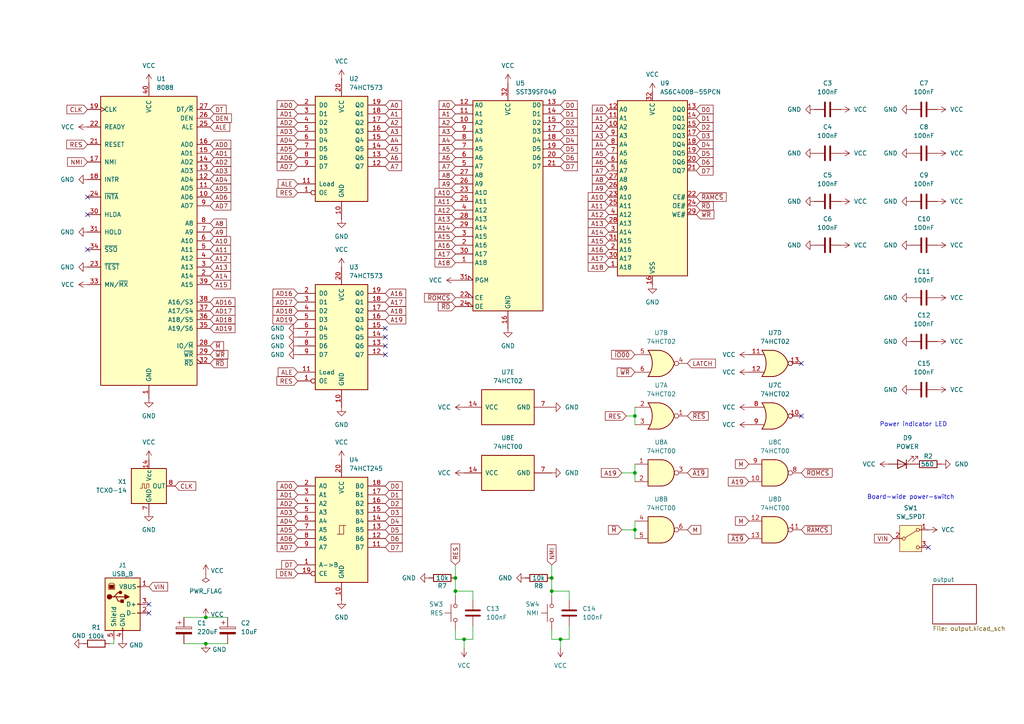
<source format=kicad_sch>
(kicad_sch (version 20250114) (generator "eeschema") (generator_version "9.0")
  (paper "A4")
  (title_block (title "Morse Board 8088 TEST BOARD") (date "2025-05-21") (rev "1"))
  (lib_symbols
    (symbol "74xx:74HC00" (pin_names (offset 1.016))
      (property "Reference" "U" (at 0 1.27 0))
      (property "Value" "74HC00" (at 0 -1.27 0))
      (symbol "74HC00_1_1"
        (pin input line (at -7.62 2.54 0) (length 3.81) (name "~") (number "1"))
        (pin input line (at -7.62 -2.54 0) (length 3.81) (name "~") (number "2"))
        (pin output inverted (at 7.62 0 180) (length 3.81) (name "~") (number "3"))
      )
      (symbol "74HC00_1_2"
        (pin input inverted (at -7.62 2.54 0) (length 4.318) (name "~") (number "1"))
        (pin input inverted (at -7.62 -2.54 0) (length 4.318) (name "~") (number "2"))
        (pin output line (at 7.62 0 180) (length 3.81) (name "~") (number "3"))
      )
      (symbol "74HC00_2_1"
        (pin input line (at -7.62 2.54 0) (length 3.81) (name "~") (number "4"))
        (pin input line (at -7.62 -2.54 0) (length 3.81) (name "~") (number "5"))
        (pin output inverted (at 7.62 0 180) (length 3.81) (name "~") (number "6"))
      )
      (symbol "74HC00_2_2"
        (pin input inverted (at -7.62 2.54 0) (length 4.318) (name "~") (number "4"))
        (pin input inverted (at -7.62 -2.54 0) (length 4.318) (name "~") (number "5"))
        (pin output line (at 7.62 0 180) (length 3.81) (name "~") (number "6"))
      )
      (symbol "74HC00_3_1"
        (pin input line (at -7.62 2.54 0) (length 3.81) (name "~") (number "9"))
        (pin input line (at -7.62 -2.54 0) (length 3.81) (name "~") (number "10"))
        (pin output inverted (at 7.62 0 180) (length 3.81) (name "~") (number "8"))
      )
      (symbol "74HC00_3_2"
        (pin input inverted (at -7.62 2.54 0) (length 4.318) (name "~") (number "9"))
        (pin input inverted (at -7.62 -2.54 0) (length 4.318) (name "~") (number "10"))
        (pin output line (at 7.62 0 180) (length 3.81) (name "~") (number "8"))
      )
      (symbol "74HC00_4_1"
        (pin input line (at -7.62 2.54 0) (length 3.81) (name "~") (number "12"))
        (pin input line (at -7.62 -2.54 0) (length 3.81) (name "~") (number "13"))
        (pin output inverted (at 7.62 0 180) (length 3.81) (name "~") (number "11"))
      )
      (symbol "74HC00_4_2"
        (pin input inverted (at -7.62 2.54 0) (length 4.318) (name "~") (number "12"))
        (pin input inverted (at -7.62 -2.54 0) (length 4.318) (name "~") (number "13"))
        (pin output line (at 7.62 0 180) (length 3.81) (name "~") (number "11"))
      )
      (symbol "74HC00_5_0"
        (pin power_in line (at 0 12.7 270) (length 5.08) (name "VCC") (number "14"))
        (pin power_in line (at 0 -12.7 90) (length 5.08) (name "GND") (number "7"))
      )
    )
    (symbol "74xx:74HC02" (pin_names (offset 1.016))
      (property "Reference" "U" (at 0 1.27 0))
      (property "Value" "74HC02" (at 0 -1.27 0))
      (symbol "74HC02_1_1"
        (pin input line (at -7.62 2.54 0) (length 4.318) (name "~") (number "2"))
        (pin input line (at -7.62 -2.54 0) (length 4.318) (name "~") (number "3"))
        (pin output inverted (at 7.62 0 180) (length 3.81) (name "~") (number "1"))
      )
      (symbol "74HC02_1_2"
        (pin input inverted (at -7.62 2.54 0) (length 3.81) (name "~") (number "2"))
        (pin input inverted (at -7.62 -2.54 0) (length 3.81) (name "~") (number "3"))
        (pin output line (at 7.62 0 180) (length 3.81) (name "~") (number "1"))
      )
      (symbol "74HC02_2_1"
        (pin input line (at -7.62 2.54 0) (length 4.318) (name "~") (number "5"))
        (pin input line (at -7.62 -2.54 0) (length 4.318) (name "~") (number "6"))
        (pin output inverted (at 7.62 0 180) (length 3.81) (name "~") (number "4"))
      )
      (symbol "74HC02_2_2"
        (pin input inverted (at -7.62 2.54 0) (length 3.81) (name "~") (number "5"))
        (pin input inverted (at -7.62 -2.54 0) (length 3.81) (name "~") (number "6"))
        (pin output line (at 7.62 0 180) (length 3.81) (name "~") (number "4"))
      )
      (symbol "74HC02_3_1"
        (pin input line (at -7.62 2.54 0) (length 4.318) (name "~") (number "8"))
        (pin input line (at -7.62 -2.54 0) (length 4.318) (name "~") (number "9"))
        (pin output inverted (at 7.62 0 180) (length 3.81) (name "~") (number "10"))
      )
      (symbol "74HC02_3_2"
        (pin input inverted (at -7.62 2.54 0) (length 3.81) (name "~") (number "8"))
        (pin input inverted (at -7.62 -2.54 0) (length 3.81) (name "~") (number "9"))
        (pin output line (at 7.62 0 180) (length 3.81) (name "~") (number "10"))
      )
      (symbol "74HC02_4_1"
        (pin input line (at -7.62 2.54 0) (length 4.318) (name "~") (number "11"))
        (pin input line (at -7.62 -2.54 0) (length 4.318) (name "~") (number "12"))
        (pin output inverted (at 7.62 0 180) (length 3.81) (name "~") (number "13"))
      )
      (symbol "74HC02_4_2"
        (pin input inverted (at -7.62 2.54 0) (length 3.81) (name "~") (number "11"))
        (pin input inverted (at -7.62 -2.54 0) (length 3.81) (name "~") (number "12"))
        (pin output line (at 7.62 0 180) (length 3.81) (name "~") (number "13"))
      )
      (symbol "74HC02_5_0"
        (pin power_in line (at 0 12.7 270) (length 5.08) (name "VCC") (number "14"))
        (pin power_in line (at 0 -12.7 90) (length 5.08) (name "GND") (number "7"))
      )
    )
    (symbol "74xx:74HC245" (pin_names (offset 1.016))
      (property "Reference" "U" (at -7.62 16.51 0))
      (property "Value" "74HC245" (at -7.62 -16.51 0))
      (symbol "74HC245_1_0"
        (pin tri_state line (at -12.7 12.7 0) (length 5.08) (name "A0") (number "2"))
        (pin tri_state line (at -12.7 10.16 0) (length 5.08) (name "A1") (number "3"))
        (pin tri_state line (at -12.7 7.62 0) (length 5.08) (name "A2") (number "4"))
        (pin tri_state line (at -12.7 5.08 0) (length 5.08) (name "A3") (number "5"))
        (pin tri_state line (at -12.7 2.54 0) (length 5.08) (name "A4") (number "6"))
        (pin tri_state line (at -12.7 0 0) (length 5.08) (name "A5") (number "7"))
        (pin tri_state line (at -12.7 -2.54 0) (length 5.08) (name "A6") (number "8"))
        (pin tri_state line (at -12.7 -5.08 0) (length 5.08) (name "A7") (number "9"))
        (pin input line (at -12.7 -10.16 0) (length 5.08) (name "A->B") (number "1"))
        (pin input inverted (at -12.7 -12.7 0) (length 5.08) (name "CE") (number "19"))
        (pin power_in line (at 0 20.32 270) (length 5.08) (name "VCC") (number "20"))
        (pin power_in line (at 0 -20.32 90) (length 5.08) (name "GND") (number "10"))
        (pin tri_state line (at 12.7 12.7 180) (length 5.08) (name "B0") (number "18"))
        (pin tri_state line (at 12.7 10.16 180) (length 5.08) (name "B1") (number "17"))
        (pin tri_state line (at 12.7 7.62 180) (length 5.08) (name "B2") (number "16"))
        (pin tri_state line (at 12.7 5.08 180) (length 5.08) (name "B3") (number "15"))
        (pin tri_state line (at 12.7 2.54 180) (length 5.08) (name "B4") (number "14"))
        (pin tri_state line (at 12.7 0 180) (length 5.08) (name "B5") (number "13"))
        (pin tri_state line (at 12.7 -2.54 180) (length 5.08) (name "B6") (number "12"))
        (pin tri_state line (at 12.7 -5.08 180) (length 5.08) (name "B7") (number "11"))
      )
    )
    (symbol "74xx:74LS573" (pin_names (offset 1.016))
      (property "Reference" "U" (at -7.62 16.51 0))
      (property "Value" "74LS573" (at -7.62 -16.51 0))
      (symbol "74LS573_1_0"
        (pin input line (at -12.7 12.7 0) (length 5.08) (name "D0") (number "2"))
        (pin input line (at -12.7 10.16 0) (length 5.08) (name "D1") (number "3"))
        (pin input line (at -12.7 7.62 0) (length 5.08) (name "D2") (number "4"))
        (pin input line (at -12.7 5.08 0) (length 5.08) (name "D3") (number "5"))
        (pin input line (at -12.7 2.54 0) (length 5.08) (name "D4") (number "6"))
        (pin input line (at -12.7 0 0) (length 5.08) (name "D5") (number "7"))
        (pin input line (at -12.7 -2.54 0) (length 5.08) (name "D6") (number "8"))
        (pin input line (at -12.7 -5.08 0) (length 5.08) (name "D7") (number "9"))
        (pin input line (at -12.7 -10.16 0) (length 5.08) (name "Load") (number "11"))
        (pin input inverted (at -12.7 -12.7 0) (length 5.08) (name "OE") (number "1"))
        (pin power_in line (at 0 20.32 270) (length 5.08) (name "VCC") (number "20"))
        (pin power_in line (at 0 -20.32 90) (length 5.08) (name "GND") (number "10"))
        (pin tri_state line (at 12.7 12.7 180) (length 5.08) (name "Q0") (number "19"))
        (pin tri_state line (at 12.7 10.16 180) (length 5.08) (name "Q1") (number "18"))
        (pin tri_state line (at 12.7 7.62 180) (length 5.08) (name "Q2") (number "17"))
        (pin tri_state line (at 12.7 5.08 180) (length 5.08) (name "Q3") (number "16"))
        (pin tri_state line (at 12.7 2.54 180) (length 5.08) (name "Q4") (number "15"))
        (pin tri_state line (at 12.7 0 180) (length 5.08) (name "Q5") (number "14"))
        (pin tri_state line (at 12.7 -2.54 180) (length 5.08) (name "Q6") (number "13"))
        (pin tri_state line (at 12.7 -5.08 180) (length 5.08) (name "Q7") (number "12"))
      )
    )
    (symbol "Connector:USB_B" (pin_names (offset 1.016))
      (property "Reference" "J" (at -5.08 11.43 0))
      (property "Value" "USB_B" (at -5.08 8.89 0))
      (symbol "USB_B_1_1"
        (pin passive line (at -2.54 -10.16 90) (length 2.54) (name "Shield") (number "5"))
        (pin power_out line (at 0 -10.16 90) (length 2.54) (name "GND") (number "4"))
        (pin power_out line (at 7.62 5.08 180) (length 2.54) (name "VBUS") (number "1"))
        (pin bidirectional line (at 7.62 0 180) (length 2.54) (name "D+") (number "3"))
        (pin bidirectional line (at 7.62 -2.54 180) (length 2.54) (name "D-") (number "2"))
      )
    )
    (symbol "Device:C" (pin_numbers (hide yes)) (pin_names (offset 0.254))
      (property "Reference" "C" (at 0.635 2.54 0))
      (property "Value" "C" (at 0.635 -2.54 0))
      (symbol "C_1_1"
        (pin passive line (at 0 3.81 270) (length 2.794) (name "~") (number "1"))
        (pin passive line (at 0 -3.81 90) (length 2.794) (name "~") (number "2"))
      )
    )
    (symbol "Device:C_Polarized" (pin_numbers (hide yes)) (pin_names (offset 0.254))
      (property "Reference" "C" (at 0.635 2.54 0))
      (property "Value" "C_Polarized" (at 0.635 -2.54 0))
      (symbol "C_Polarized_1_1"
        (pin passive line (at 0 3.81 270) (length 2.794) (name "~") (number "1"))
        (pin passive line (at 0 -3.81 90) (length 2.794) (name "~") (number "2"))
      )
    )
    (symbol "Device:LED" (pin_numbers (hide yes)) (pin_names (offset 1.016) (hide yes))
      (property "Reference" "D" (at 0 2.54 0))
      (property "Value" "LED" (at 0 -2.54 0))
      (symbol "LED_1_1"
        (pin passive line (at -3.81 0 0) (length 2.54) (name "K") (number "1"))
        (pin passive line (at 3.81 0 180) (length 2.54) (name "A") (number "2"))
      )
    )
    (symbol "Device:R" (pin_numbers (hide yes)) (pin_names (offset 0))
      (property "Reference" "R" (at 2.032 0 90))
      (property "Value" "R" (at 0 0 90))
      (symbol "R_1_1"
        (pin passive line (at 0 3.81 270) (length 1.27) (name "~") (number "1"))
        (pin passive line (at 0 -3.81 90) (length 1.27) (name "~") (number "2"))
      )
    )
    (symbol "MCU_Intel:8088" (pin_names (offset 1.016))
      (property "Reference" "U" (at -12.7 43.18 0))
      (property "Value" "8088" (at 10.16 43.18 0))
      (symbol "8088_1_1"
        (pin input clock (at -17.78 38.1 0) (length 3.81) (name "CLK") (number "19"))
        (pin input line (at -17.78 33.02 0) (length 3.81) (name "READY") (number "22"))
        (pin input line (at -17.78 27.94 0) (length 3.81) (name "RESET") (number "21"))
        (pin input line (at -17.78 22.86 0) (length 3.81) (name "NMI") (number "17"))
        (pin input line (at -17.78 17.78 0) (length 3.81) (name "INTR") (number "18"))
        (pin output line (at -17.78 12.7 0) (length 3.81) (name "~{INTA}") (number "24"))
        (pin output line (at -17.78 7.62 0) (length 3.81) (name "HLDA") (number "30"))
        (pin input line (at -17.78 2.54 0) (length 3.81) (name "HOLD") (number "31"))
        (pin output line (at -17.78 -2.54 0) (length 3.81) (name "~{SSO}") (number "34"))
        (pin input line (at -17.78 -7.62 0) (length 3.81) (name "~{TEST}") (number "23"))
        (pin input line (at -17.78 -12.7 0) (length 3.81) (name "MN/~{MX}") (number "33"))
        (pin power_in line (at 0 45.72 270) (length 3.81) (name "VCC") (number "40"))
        (pin power_in line (at 0 -45.72 90) (length 3.81) (name "GND") (number "1"))
        (pin passive line (at 0 -45.72 90) (length 3.81) (hide yes) (name "GND") (number "20"))
        (pin output line (at 17.78 38.1 180) (length 3.81) (name "DT/~{R}") (number "27"))
        (pin output line (at 17.78 35.56 180) (length 3.81) (name "DEN") (number "26"))
        (pin output line (at 17.78 33.02 180) (length 3.81) (name "ALE") (number "25"))
        (pin bidirectional line (at 17.78 27.94 180) (length 3.81) (name "AD0") (number "16"))
        (pin bidirectional line (at 17.78 25.4 180) (length 3.81) (name "AD1") (number "15"))
        (pin bidirectional line (at 17.78 22.86 180) (length 3.81) (name "AD2") (number "14"))
        (pin bidirectional line (at 17.78 20.32 180) (length 3.81) (name "AD3") (number "13"))
        (pin bidirectional line (at 17.78 17.78 180) (length 3.81) (name "AD4") (number "12"))
        (pin bidirectional line (at 17.78 15.24 180) (length 3.81) (name "AD5") (number "11"))
        (pin bidirectional line (at 17.78 12.7 180) (length 3.81) (name "AD6") (number "10"))
        (pin bidirectional line (at 17.78 10.16 180) (length 3.81) (name "AD7") (number "9"))
        (pin output line (at 17.78 5.08 180) (length 3.81) (name "A8") (number "8"))
        (pin output line (at 17.78 2.54 180) (length 3.81) (name "A9") (number "7"))
        (pin output line (at 17.78 0 180) (length 3.81) (name "A10") (number "6"))
        (pin output line (at 17.78 -2.54 180) (length 3.81) (name "A11") (number "5"))
        (pin output line (at 17.78 -5.08 180) (length 3.81) (name "A12") (number "4"))
        (pin output line (at 17.78 -7.62 180) (length 3.81) (name "A13") (number "3"))
        (pin output line (at 17.78 -10.16 180) (length 3.81) (name "A14") (number "2"))
        (pin output line (at 17.78 -12.7 180) (length 3.81) (name "A15") (number "39"))
        (pin output line (at 17.78 -17.78 180) (length 3.81) (name "A16/S3") (number "38"))
        (pin output line (at 17.78 -20.32 180) (length 3.81) (name "A17/S4") (number "37"))
        (pin output line (at 17.78 -22.86 180) (length 3.81) (name "A18/S5") (number "36"))
        (pin output line (at 17.78 -25.4 180) (length 3.81) (name "A19/S6") (number "35"))
        (pin output line (at 17.78 -30.48 180) (length 3.81) (name "IO/~{M}") (number "28"))
        (pin output line (at 17.78 -33.02 180) (length 3.81) (name "~{WR}") (number "29"))
        (pin output output_low (at 17.78 -35.56 180) (length 3.81) (name "~{RD}") (number "32"))
      )
    )
    (symbol "Memory_Flash:SST39SF040"
      (property "Reference" "U" (at 2.54 33.02 0))
      (property "Value" "SST39SF040" (at 0 -30.48 0))
      (symbol "SST39SF040_0_0"
        (pin power_in line (at 0 36.83 270) (length 5.08) (name "VCC") (number "32"))
        (pin power_in line (at 0 -34.29 90) (length 5.08) (name "GND") (number "16"))
      )
      (symbol "SST39SF040_1_1"
        (pin input line (at -15.24 30.48 0) (length 5.08) (name "A0") (number "12"))
        (pin input line (at -15.24 27.94 0) (length 5.08) (name "A1") (number "11"))
        (pin input line (at -15.24 25.4 0) (length 5.08) (name "A2") (number "10"))
        (pin input line (at -15.24 22.86 0) (length 5.08) (name "A3") (number "9"))
        (pin input line (at -15.24 20.32 0) (length 5.08) (name "A4") (number "8"))
        (pin input line (at -15.24 17.78 0) (length 5.08) (name "A5") (number "7"))
        (pin input line (at -15.24 15.24 0) (length 5.08) (name "A6") (number "6"))
        (pin input line (at -15.24 12.7 0) (length 5.08) (name "A7") (number "5"))
        (pin input line (at -15.24 10.16 0) (length 5.08) (name "A8") (number "27"))
        (pin input line (at -15.24 7.62 0) (length 5.08) (name "A9") (number "26"))
        (pin input line (at -15.24 5.08 0) (length 5.08) (name "A10") (number "23"))
        (pin input line (at -15.24 2.54 0) (length 5.08) (name "A11") (number "25"))
        (pin input line (at -15.24 0 0) (length 5.08) (name "A12") (number "4"))
        (pin input line (at -15.24 -2.54 0) (length 5.08) (name "A13") (number "28"))
        (pin input line (at -15.24 -5.08 0) (length 5.08) (name "A14") (number "29"))
        (pin input line (at -15.24 -7.62 0) (length 5.08) (name "A15") (number "3"))
        (pin input line (at -15.24 -10.16 0) (length 5.08) (name "A16") (number "2"))
        (pin input line (at -15.24 -12.7 0) (length 5.08) (name "A17") (number "30"))
        (pin input line (at -15.24 -15.24 0) (length 5.08) (name "A18") (number "1"))
        (pin input input_low (at -15.24 -20.32 0) (length 5.08) (name "PGM") (number "31"))
        (pin input input_low (at -15.24 -25.4 0) (length 5.08) (name "CE") (number "22"))
        (pin input input_low (at -15.24 -27.94 0) (length 5.08) (name "OE") (number "24"))
        (pin tri_state line (at 15.24 30.48 180) (length 5.08) (name "D0") (number "13"))
        (pin tri_state line (at 15.24 27.94 180) (length 5.08) (name "D1") (number "14"))
        (pin tri_state line (at 15.24 25.4 180) (length 5.08) (name "D2") (number "15"))
        (pin tri_state line (at 15.24 22.86 180) (length 5.08) (name "D3") (number "17"))
        (pin tri_state line (at 15.24 20.32 180) (length 5.08) (name "D4") (number "18"))
        (pin tri_state line (at 15.24 17.78 180) (length 5.08) (name "D5") (number "19"))
        (pin tri_state line (at 15.24 15.24 180) (length 5.08) (name "D6") (number "20"))
        (pin tri_state line (at 15.24 12.7 180) (length 5.08) (name "D7") (number "21"))
      )
    )
    (symbol "Memory_RAM:AS6C4008-55PCN"
      (property "Reference" "U" (at -10.16 26.035 0))
      (property "Value" "AS6C4008-55PCN" (at 2.54 26.035 0))
      (symbol "AS6C4008-55PCN_0_0"
        (pin power_in line (at 0 27.94 270) (length 2.54) (name "VCC") (number "32"))
        (pin power_in line (at 0 -27.94 90) (length 2.54) (name "VSS") (number "16"))
      )
      (symbol "AS6C4008-55PCN_1_1"
        (pin input line (at -12.7 22.86 0) (length 2.54) (name "A0") (number "12"))
        (pin input line (at -12.7 20.32 0) (length 2.54) (name "A1") (number "11"))
        (pin input line (at -12.7 17.78 0) (length 2.54) (name "A2") (number "10"))
        (pin input line (at -12.7 15.24 0) (length 2.54) (name "A3") (number "9"))
        (pin input line (at -12.7 12.7 0) (length 2.54) (name "A4") (number "8"))
        (pin input line (at -12.7 10.16 0) (length 2.54) (name "A5") (number "7"))
        (pin input line (at -12.7 7.62 0) (length 2.54) (name "A6") (number "6"))
        (pin input line (at -12.7 5.08 0) (length 2.54) (name "A7") (number "5"))
        (pin input line (at -12.7 2.54 0) (length 2.54) (name "A8") (number "27"))
        (pin input line (at -12.7 0 0) (length 2.54) (name "A9") (number "26"))
        (pin input line (at -12.7 -2.54 0) (length 2.54) (name "A10") (number "23"))
        (pin input line (at -12.7 -5.08 0) (length 2.54) (name "A11") (number "25"))
        (pin input line (at -12.7 -7.62 0) (length 2.54) (name "A12") (number "4"))
        (pin input line (at -12.7 -10.16 0) (length 2.54) (name "A13") (number "28"))
        (pin input line (at -12.7 -12.7 0) (length 2.54) (name "A14") (number "3"))
        (pin input line (at -12.7 -15.24 0) (length 2.54) (name "A15") (number "31"))
        (pin input line (at -12.7 -17.78 0) (length 2.54) (name "A16") (number "2"))
        (pin input line (at -12.7 -20.32 0) (length 2.54) (name "A17") (number "30"))
        (pin input line (at -12.7 -22.86 0) (length 2.54) (name "A18") (number "1"))
        (pin tri_state line (at 12.7 22.86 180) (length 2.54) (name "DQ0") (number "13"))
        (pin tri_state line (at 12.7 20.32 180) (length 2.54) (name "DQ1") (number "14"))
        (pin tri_state line (at 12.7 17.78 180) (length 2.54) (name "DQ2") (number "15"))
        (pin tri_state line (at 12.7 15.24 180) (length 2.54) (name "DQ3") (number "17"))
        (pin tri_state line (at 12.7 12.7 180) (length 2.54) (name "DQ4") (number "18"))
        (pin tri_state line (at 12.7 10.16 180) (length 2.54) (name "DQ5") (number "19"))
        (pin tri_state line (at 12.7 7.62 180) (length 2.54) (name "DQ6") (number "20"))
        (pin tri_state line (at 12.7 5.08 180) (length 2.54) (name "DQ7") (number "21"))
        (pin input line (at 12.7 -2.54 180) (length 2.54) (name "CE#") (number "22"))
        (pin input line (at 12.7 -5.08 180) (length 2.54) (name "OE#") (number "24"))
        (pin input line (at 12.7 -7.62 180) (length 2.54) (name "WE#") (number "29"))
      )
    )
    (symbol "Oscillator:TCXO-14" (pin_names (offset 0.254))
      (property "Reference" "Y" (at -5.08 6.35 0))
      (property "Value" "TCXO-14" (at 1.27 -6.35 0))
      (symbol "TCXO-14_1_1"
        (pin no_connect line (at -5.08 2.54 0) (length 2.54) (hide yes) (name "NC") (number "1"))
        (pin power_in line (at 0 7.62 270) (length 2.54) (name "Vcc") (number "14"))
        (pin power_in line (at 0 -7.62 90) (length 2.54) (name "GND") (number "7"))
        (pin output line (at 7.62 0 180) (length 2.54) (name "OUT") (number "8"))
      )
    )
    (symbol "Switch:SW_Push" (pin_numbers (hide yes)) (pin_names (offset 1.016) (hide yes))
      (property "Reference" "SW" (at 1.27 2.54 0))
      (property "Value" "SW_Push" (at 0 -1.524 0))
      (symbol "SW_Push_0_1"
        (pin passive line (at -5.08 0 0) (length 2.54) (name "1") (number "1"))
        (pin passive line (at 5.08 0 180) (length 2.54) (name "2") (number "2"))
      )
    )
    (symbol "Switch:SW_SPDT" (pin_names (offset 0) (hide yes))
      (property "Reference" "SW" (at 0 5.08 0))
      (property "Value" "SW_SPDT" (at 0 -5.08 0))
      (symbol "SW_SPDT_1_1"
        (pin passive line (at -5.08 0 0) (length 2.54) (name "B") (number "2"))
        (pin passive line (at 5.08 2.54 180) (length 2.54) (name "A") (number "1"))
        (pin passive line (at 5.08 -2.54 180) (length 2.54) (name "C") (number "3"))
      )
    )
    (symbol "power:GND" (power) (pin_numbers (hide yes)) (pin_names (offset 0) (hide yes))
      (property "Value" "GND" (at 0 -3.81 0))
      (symbol "GND_1_1"
        (pin power_in line (at 0 0 270) (length 0) (name "~") (number "1"))
      )
    )
    (symbol "power:PWR_FLAG" (power) (pin_numbers (hide yes)) (pin_names (offset 0) (hide yes))
      (property "Value" "PWR_FLAG" (at 0 3.81 0))
      (symbol "PWR_FLAG_0_0"
        (pin power_out line (at 0 0 90) (length 0) (name "~") (number "1"))
      )
    )
    (symbol "power:VCC" (power) (pin_numbers (hide yes)) (pin_names (offset 0) (hide yes))
      (property "Value" "VCC" (at 0 3.556 0))
      (symbol "VCC_1_1"
        (pin power_in line (at 0 0 90) (length 0) (name "~") (number "1"))
      )
    )
  )
  (text "Board-wide power-switch\n" (at 264.16 144.272 0) (effects (font (size 1.27 1.27))))
  (text "Power indicator LED" (at 264.922 123.19 0) (effects (font (size 1.27 1.27))))
  (junction (at 132.08 171.45))
  (junction (at 132.08 167.64))
  (junction (at 184.15 153.67))
  (junction (at 59.69 186.69))
  (junction (at 59.69 179.07))
  (junction (at 184.15 120.65))
  (junction (at 160.02 167.64))
  (junction (at 184.15 137.16))
  (junction (at 160.02 171.45))
  (junction (at 134.62 185.42))
  (junction (at 162.56 185.42))
  (no_connect (at 111.76 95.25))
  (no_connect (at 111.76 102.87))
  (no_connect (at 25.4 57.15))
  (no_connect (at 25.4 72.39))
  (no_connect (at 269.24 158.75))
  (no_connect (at 111.76 97.79))
  (no_connect (at 43.18 177.8))
  (no_connect (at 25.4 62.23))
  (no_connect (at 232.41 105.41))
  (no_connect (at 43.18 175.26))
  (no_connect (at 111.76 100.33))
  (no_connect (at 232.41 120.65))
  (wire (pts (xy 160.02 171.45) (xy 165.1 171.45)))
  (wire (pts (xy 184.15 151.13) (xy 184.15 153.67)))
  (wire (pts (xy 160.02 171.45) (xy 160.02 172.72)))
  (wire (pts (xy 160.02 182.88) (xy 160.02 185.42)))
  (wire (pts (xy 53.34 179.07) (xy 59.69 179.07)))
  (wire (pts (xy 134.62 185.42) (xy 134.62 187.96)))
  (wire (pts (xy 53.34 186.69) (xy 59.69 186.69)))
  (wire (pts (xy 162.56 185.42) (xy 165.1 185.42)))
  (wire (pts (xy 184.15 120.65) (xy 184.15 118.11)))
  (wire (pts (xy 184.15 153.67) (xy 184.15 156.21)))
  (wire (pts (xy 132.08 171.45) (xy 132.08 172.72)))
  (wire (pts (xy 33.02 186.69) (xy 33.02 185.42)))
  (wire (pts (xy 180.34 137.16) (xy 184.15 137.16)))
  (wire (pts (xy 162.56 185.42) (xy 162.56 187.96)))
  (wire (pts (xy 184.15 137.16) (xy 184.15 139.7)))
  (wire (pts (xy 132.08 185.42) (xy 134.62 185.42)))
  (wire (pts (xy 184.15 137.16) (xy 184.15 134.62)))
  (wire (pts (xy 132.08 167.64) (xy 132.08 171.45)))
  (wire (pts (xy 31.75 186.69) (xy 33.02 186.69)))
  (wire (pts (xy 160.02 167.64) (xy 160.02 171.45)))
  (wire (pts (xy 180.34 153.67) (xy 184.15 153.67)))
  (wire (pts (xy 137.16 185.42) (xy 137.16 181.61)))
  (wire (pts (xy 137.16 171.45) (xy 137.16 173.99)))
  (wire (pts (xy 132.08 171.45) (xy 137.16 171.45)))
  (wire (pts (xy 184.15 120.65) (xy 184.15 123.19)))
  (wire (pts (xy 59.69 179.07) (xy 66.04 179.07)))
  (wire (pts (xy 132.08 182.88) (xy 132.08 185.42)))
  (wire (pts (xy 160.02 185.42) (xy 162.56 185.42)))
  (wire (pts (xy 132.08 163.83) (xy 132.08 167.64)))
  (wire (pts (xy 165.1 171.45) (xy 165.1 173.99)))
  (wire (pts (xy 181.61 120.65) (xy 184.15 120.65)))
  (wire (pts (xy 165.1 185.42) (xy 165.1 181.61)))
  (wire (pts (xy 134.62 185.42) (xy 137.16 185.42)))
  (wire (pts (xy 160.02 163.83) (xy 160.02 167.64)))
  (wire (pts (xy 59.69 186.69) (xy 66.04 186.69)))
  (global_label "D6" (shape input) (at 201.93 46.99 0) (property "Intersheetrefs" "${INTERSHEET_REFS}" (effects (hide yes))))
  (global_label "AD7" (shape input) (at 86.36 48.26 180) (property "Intersheetrefs" "${INTERSHEET_REFS}" (effects (hide yes))))
  (global_label "A13" (shape input) (at 132.08 63.5 180) (property "Intersheetrefs" "${INTERSHEET_REFS}" (effects (hide yes))))
  (global_label "A9" (shape input) (at 60.96 67.31 0) (property "Intersheetrefs" "${INTERSHEET_REFS}" (effects (hide yes))))
  (global_label "M" (shape input) (at 217.17 134.62 180) (property "Intersheetrefs" "${INTERSHEET_REFS}" (effects (hide yes))))
  (global_label "A15" (shape input) (at 60.96 82.55 0) (property "Intersheetrefs" "${INTERSHEET_REFS}" (effects (hide yes))))
  (global_label "D6" (shape input) (at 162.56 45.72 0) (property "Intersheetrefs" "${INTERSHEET_REFS}" (effects (hide yes))))
  (global_label "AD17" (shape input) (at 86.36 87.63 180) (property "Intersheetrefs" "${INTERSHEET_REFS}" (effects (hide yes))))
  (global_label "D0" (shape input) (at 201.93 31.75 0) (property "Intersheetrefs" "${INTERSHEET_REFS}" (effects (hide yes))))
  (global_label "~{RAMCS}" (shape input) (at 232.41 153.67 0) (property "Intersheetrefs" "${INTERSHEET_REFS}" (effects (hide yes))))
  (global_label "AD2" (shape input) (at 60.96 46.99 0) (property "Intersheetrefs" "${INTERSHEET_REFS}" (effects (hide yes))))
  (global_label "A10" (shape input) (at 60.96 69.85 0) (property "Intersheetrefs" "${INTERSHEET_REFS}" (effects (hide yes))))
  (global_label "~{A19}" (shape input) (at 217.17 156.21 180) (property "Intersheetrefs" "${INTERSHEET_REFS}" (effects (hide yes))))
  (global_label "A18" (shape input) (at 176.53 77.47 180) (property "Intersheetrefs" "${INTERSHEET_REFS}" (effects (hide yes))))
  (global_label "D5" (shape input) (at 162.56 43.18 0) (property "Intersheetrefs" "${INTERSHEET_REFS}" (effects (hide yes))))
  (global_label "A1" (shape input) (at 176.53 34.29 180) (property "Intersheetrefs" "${INTERSHEET_REFS}" (effects (hide yes))))
  (global_label "AD3" (shape input) (at 60.96 49.53 0) (property "Intersheetrefs" "${INTERSHEET_REFS}" (effects (hide yes))))
  (global_label "AD18" (shape input) (at 86.36 90.17 180) (property "Intersheetrefs" "${INTERSHEET_REFS}" (effects (hide yes))))
  (global_label "D5" (shape input) (at 111.76 153.67 0) (property "Intersheetrefs" "${INTERSHEET_REFS}" (effects (hide yes))))
  (global_label "A6" (shape input) (at 132.08 45.72 180) (property "Intersheetrefs" "${INTERSHEET_REFS}" (effects (hide yes))))
  (global_label "~{ROMCS}" (shape input) (at 132.08 86.36 180) (property "Intersheetrefs" "${INTERSHEET_REFS}" (effects (hide yes))))
  (global_label "D3" (shape input) (at 162.56 38.1 0) (property "Intersheetrefs" "${INTERSHEET_REFS}" (effects (hide yes))))
  (global_label "AD5" (shape input) (at 60.96 54.61 0) (property "Intersheetrefs" "${INTERSHEET_REFS}" (effects (hide yes))))
  (global_label "D0" (shape input) (at 111.76 140.97 0) (property "Intersheetrefs" "${INTERSHEET_REFS}" (effects (hide yes))))
  (global_label "RES" (shape input) (at 86.36 110.49 180) (property "Intersheetrefs" "${INTERSHEET_REFS}" (effects (hide yes))))
  (global_label "A19" (shape input) (at 217.17 139.7 180) (property "Intersheetrefs" "${INTERSHEET_REFS}" (effects (hide yes))))
  (global_label "D7" (shape input) (at 162.56 48.26 0) (property "Intersheetrefs" "${INTERSHEET_REFS}" (effects (hide yes))))
  (global_label "AD6" (shape input) (at 60.96 57.15 0) (property "Intersheetrefs" "${INTERSHEET_REFS}" (effects (hide yes))))
  (global_label "A1" (shape input) (at 132.08 33.02 180) (property "Intersheetrefs" "${INTERSHEET_REFS}" (effects (hide yes))))
  (global_label "~{ROMCS}" (shape input) (at 232.41 137.16 0) (property "Intersheetrefs" "${INTERSHEET_REFS}" (effects (hide yes))))
  (global_label "AD7" (shape input) (at 86.36 158.75 180) (property "Intersheetrefs" "${INTERSHEET_REFS}" (effects (hide yes))))
  (global_label "D1" (shape input) (at 201.93 34.29 0) (property "Intersheetrefs" "${INTERSHEET_REFS}" (effects (hide yes))))
  (global_label "~{WR}" (shape input) (at 184.15 107.95 180) (property "Intersheetrefs" "${INTERSHEET_REFS}" (effects (hide yes))))
  (global_label "~{RD}" (shape input) (at 60.96 105.41 0) (property "Intersheetrefs" "${INTERSHEET_REFS}" (effects (hide yes))))
  (global_label "A8" (shape input) (at 176.53 52.07 180) (property "Intersheetrefs" "${INTERSHEET_REFS}" (effects (hide yes))))
  (global_label "CLK" (shape input) (at 50.8 140.97 0) (property "Intersheetrefs" "${INTERSHEET_REFS}" (effects (hide yes))))
  (global_label "A10" (shape input) (at 132.08 55.88 180) (property "Intersheetrefs" "${INTERSHEET_REFS}" (effects (hide yes))))
  (global_label "A7" (shape input) (at 111.76 48.26 0) (property "Intersheetrefs" "${INTERSHEET_REFS}" (effects (hide yes))))
  (global_label "NMI" (shape input) (at 160.02 163.83 90) (property "Intersheetrefs" "${INTERSHEET_REFS}" (effects (hide yes))))
  (global_label "AD19" (shape input) (at 86.36 92.71 180) (property "Intersheetrefs" "${INTERSHEET_REFS}" (effects (hide yes))))
  (global_label "AD1" (shape input) (at 86.36 33.02 180) (property "Intersheetrefs" "${INTERSHEET_REFS}" (effects (hide yes))))
  (global_label "A0" (shape input) (at 132.08 30.48 180) (property "Intersheetrefs" "${INTERSHEET_REFS}" (effects (hide yes))))
  (global_label "A3" (shape input) (at 176.53 39.37 180) (property "Intersheetrefs" "${INTERSHEET_REFS}" (effects (hide yes))))
  (global_label "~{RD}" (shape input) (at 132.08 88.9 180) (property "Intersheetrefs" "${INTERSHEET_REFS}" (effects (hide yes))))
  (global_label "A14" (shape input) (at 176.53 67.31 180) (property "Intersheetrefs" "${INTERSHEET_REFS}" (effects (hide yes))))
  (global_label "CLK" (shape input) (at 25.4 31.75 180) (property "Intersheetrefs" "${INTERSHEET_REFS}" (effects (hide yes))))
  (global_label "RES" (shape input) (at 25.4 41.91 180) (property "Intersheetrefs" "${INTERSHEET_REFS}" (effects (hide yes))))
  (global_label "RES" (shape input) (at 181.61 120.65 180) (property "Intersheetrefs" "${INTERSHEET_REFS}" (effects (hide yes))))
  (global_label "AD2" (shape input) (at 86.36 35.56 180) (property "Intersheetrefs" "${INTERSHEET_REFS}" (effects (hide yes))))
  (global_label "AD0" (shape input) (at 60.96 41.91 0) (property "Intersheetrefs" "${INTERSHEET_REFS}" (effects (hide yes))))
  (global_label "AD16" (shape input) (at 86.36 85.09 180) (property "Intersheetrefs" "${INTERSHEET_REFS}" (effects (hide yes))))
  (global_label "ALE" (shape input) (at 86.36 53.34 180) (property "Intersheetrefs" "${INTERSHEET_REFS}" (effects (hide yes))))
  (global_label "AD4" (shape input) (at 86.36 40.64 180) (property "Intersheetrefs" "${INTERSHEET_REFS}" (effects (hide yes))))
  (global_label "A19" (shape input) (at 111.76 92.71 0) (property "Intersheetrefs" "${INTERSHEET_REFS}" (effects (hide yes))))
  (global_label "D2" (shape input) (at 201.93 36.83 0) (property "Intersheetrefs" "${INTERSHEET_REFS}" (effects (hide yes))))
  (global_label "AD18" (shape input) (at 60.96 92.71 0) (property "Intersheetrefs" "${INTERSHEET_REFS}" (effects (hide yes))))
  (global_label "A18" (shape input) (at 111.76 90.17 0) (property "Intersheetrefs" "${INTERSHEET_REFS}" (effects (hide yes))))
  (global_label "D2" (shape input) (at 162.56 35.56 0) (property "Intersheetrefs" "${INTERSHEET_REFS}" (effects (hide yes))))
  (global_label "A2" (shape input) (at 111.76 35.56 0) (property "Intersheetrefs" "${INTERSHEET_REFS}" (effects (hide yes))))
  (global_label "D0" (shape input) (at 162.56 30.48 0) (property "Intersheetrefs" "${INTERSHEET_REFS}" (effects (hide yes))))
  (global_label "A16" (shape input) (at 176.53 72.39 180) (property "Intersheetrefs" "${INTERSHEET_REFS}" (effects (hide yes))))
  (global_label "D4" (shape input) (at 162.56 40.64 0) (property "Intersheetrefs" "${INTERSHEET_REFS}" (effects (hide yes))))
  (global_label "A5" (shape input) (at 132.08 43.18 180) (property "Intersheetrefs" "${INTERSHEET_REFS}" (effects (hide yes))))
  (global_label "A6" (shape input) (at 176.53 46.99 180) (property "Intersheetrefs" "${INTERSHEET_REFS}" (effects (hide yes))))
  (global_label "A2" (shape input) (at 176.53 36.83 180) (property "Intersheetrefs" "${INTERSHEET_REFS}" (effects (hide yes))))
  (global_label "D7" (shape input) (at 111.76 158.75 0) (property "Intersheetrefs" "${INTERSHEET_REFS}" (effects (hide yes))))
  (global_label "A7" (shape input) (at 176.53 49.53 180) (property "Intersheetrefs" "${INTERSHEET_REFS}" (effects (hide yes))))
  (global_label "VIN" (shape input) (at 259.08 156.21 180) (property "Intersheetrefs" "${INTERSHEET_REFS}" (effects (hide yes))))
  (global_label "A4" (shape input) (at 132.08 40.64 180) (property "Intersheetrefs" "${INTERSHEET_REFS}" (effects (hide yes))))
  (global_label "AD0" (shape input) (at 86.36 30.48 180) (property "Intersheetrefs" "${INTERSHEET_REFS}" (effects (hide yes))))
  (global_label "AD3" (shape input) (at 86.36 38.1 180) (property "Intersheetrefs" "${INTERSHEET_REFS}" (effects (hide yes))))
  (global_label "AD16" (shape input) (at 60.96 87.63 0) (property "Intersheetrefs" "${INTERSHEET_REFS}" (effects (hide yes))))
  (global_label "A12" (shape input) (at 60.96 74.93 0) (property "Intersheetrefs" "${INTERSHEET_REFS}" (effects (hide yes))))
  (global_label "A17" (shape input) (at 176.53 74.93 180) (property "Intersheetrefs" "${INTERSHEET_REFS}" (effects (hide yes))))
  (global_label "AD4" (shape input) (at 60.96 52.07 0) (property "Intersheetrefs" "${INTERSHEET_REFS}" (effects (hide yes))))
  (global_label "A8" (shape input) (at 132.08 50.8 180) (property "Intersheetrefs" "${INTERSHEET_REFS}" (effects (hide yes))))
  (global_label "A16" (shape input) (at 111.76 85.09 0) (property "Intersheetrefs" "${INTERSHEET_REFS}" (effects (hide yes))))
  (global_label "D1" (shape input) (at 111.76 143.51 0) (property "Intersheetrefs" "${INTERSHEET_REFS}" (effects (hide yes))))
  (global_label "RES" (shape input) (at 86.36 55.88 180) (property "Intersheetrefs" "${INTERSHEET_REFS}" (effects (hide yes))))
  (global_label "A7" (shape input) (at 132.08 48.26 180) (property "Intersheetrefs" "${INTERSHEET_REFS}" (effects (hide yes))))
  (global_label "A5" (shape input) (at 111.76 43.18 0) (property "Intersheetrefs" "${INTERSHEET_REFS}" (effects (hide yes))))
  (global_label "VIN" (shape input) (at 43.18 170.18 0) (property "Intersheetrefs" "${INTERSHEET_REFS}" (effects (hide yes))))
  (global_label "~{A19}" (shape input) (at 199.39 137.16 0) (property "Intersheetrefs" "${INTERSHEET_REFS}" (effects (hide yes))))
  (global_label "A9" (shape input) (at 132.08 53.34 180) (property "Intersheetrefs" "${INTERSHEET_REFS}" (effects (hide yes))))
  (global_label "M" (shape input) (at 217.17 151.13 180) (property "Intersheetrefs" "${INTERSHEET_REFS}" (effects (hide yes))))
  (global_label "A4" (shape input) (at 176.53 41.91 180) (property "Intersheetrefs" "${INTERSHEET_REFS}" (effects (hide yes))))
  (global_label "AD7" (shape input) (at 60.96 59.69 0) (property "Intersheetrefs" "${INTERSHEET_REFS}" (effects (hide yes))))
  (global_label "~{RD}" (shape input) (at 201.93 59.69 0) (property "Intersheetrefs" "${INTERSHEET_REFS}" (effects (hide yes))))
  (global_label "M" (shape input) (at 199.39 153.67 0) (property "Intersheetrefs" "${INTERSHEET_REFS}" (effects (hide yes))))
  (global_label "A0" (shape input) (at 176.53 31.75 180) (property "Intersheetrefs" "${INTERSHEET_REFS}" (effects (hide yes))))
  (global_label "A15" (shape input) (at 132.08 68.58 180) (property "Intersheetrefs" "${INTERSHEET_REFS}" (effects (hide yes))))
  (global_label "AD4" (shape input) (at 86.36 151.13 180) (property "Intersheetrefs" "${INTERSHEET_REFS}" (effects (hide yes))))
  (global_label "D3" (shape input) (at 111.76 148.59 0) (property "Intersheetrefs" "${INTERSHEET_REFS}" (effects (hide yes))))
  (global_label "ALE" (shape input) (at 86.36 107.95 180) (property "Intersheetrefs" "${INTERSHEET_REFS}" (effects (hide yes))))
  (global_label "~{RES}" (shape input) (at 199.39 120.65 0) (property "Intersheetrefs" "${INTERSHEET_REFS}" (effects (hide yes))))
  (global_label "AD1" (shape input) (at 60.96 44.45 0) (property "Intersheetrefs" "${INTERSHEET_REFS}" (effects (hide yes))))
  (global_label "D7" (shape input) (at 201.93 49.53 0) (property "Intersheetrefs" "${INTERSHEET_REFS}" (effects (hide yes))))
  (global_label "A6" (shape input) (at 111.76 45.72 0) (property "Intersheetrefs" "${INTERSHEET_REFS}" (effects (hide yes))))
  (global_label "~{M}" (shape input) (at 60.96 100.33 0) (property "Intersheetrefs" "${INTERSHEET_REFS}" (effects (hide yes))))
  (global_label "A9" (shape input) (at 176.53 54.61 180) (property "Intersheetrefs" "${INTERSHEET_REFS}" (effects (hide yes))))
  (global_label "A17" (shape input) (at 111.76 87.63 0) (property "Intersheetrefs" "${INTERSHEET_REFS}" (effects (hide yes))))
  (global_label "A14" (shape input) (at 60.96 80.01 0) (property "Intersheetrefs" "${INTERSHEET_REFS}" (effects (hide yes))))
  (global_label "A13" (shape input) (at 176.53 64.77 180) (property "Intersheetrefs" "${INTERSHEET_REFS}" (effects (hide yes))))
  (global_label "D4" (shape input) (at 201.93 41.91 0) (property "Intersheetrefs" "${INTERSHEET_REFS}" (effects (hide yes))))
  (global_label "AD5" (shape input) (at 86.36 153.67 180) (property "Intersheetrefs" "${INTERSHEET_REFS}" (effects (hide yes))))
  (global_label "A11" (shape input) (at 60.96 72.39 0) (property "Intersheetrefs" "${INTERSHEET_REFS}" (effects (hide yes))))
  (global_label "A5" (shape input) (at 176.53 44.45 180) (property "Intersheetrefs" "${INTERSHEET_REFS}" (effects (hide yes))))
  (global_label "A0" (shape input) (at 111.76 30.48 0) (property "Intersheetrefs" "${INTERSHEET_REFS}" (effects (hide yes))))
  (global_label "A12" (shape input) (at 176.53 62.23 180) (property "Intersheetrefs" "${INTERSHEET_REFS}" (effects (hide yes))))
  (global_label "AD0" (shape input) (at 86.36 140.97 180) (property "Intersheetrefs" "${INTERSHEET_REFS}" (effects (hide yes))))
  (global_label "D2" (shape input) (at 111.76 146.05 0) (property "Intersheetrefs" "${INTERSHEET_REFS}" (effects (hide yes))))
  (global_label "AD1" (shape input) (at 86.36 143.51 180) (property "Intersheetrefs" "${INTERSHEET_REFS}" (effects (hide yes))))
  (global_label "DEN" (shape input) (at 86.36 166.37 180) (property "Intersheetrefs" "${INTERSHEET_REFS}" (effects (hide yes))))
  (global_label "A11" (shape input) (at 176.53 59.69 180) (property "Intersheetrefs" "${INTERSHEET_REFS}" (effects (hide yes))))
  (global_label "AD19" (shape input) (at 60.96 95.25 0) (property "Intersheetrefs" "${INTERSHEET_REFS}" (effects (hide yes))))
  (global_label "AD3" (shape input) (at 86.36 148.59 180) (property "Intersheetrefs" "${INTERSHEET_REFS}" (effects (hide yes))))
  (global_label "A1" (shape input) (at 111.76 33.02 0) (property "Intersheetrefs" "${INTERSHEET_REFS}" (effects (hide yes))))
  (global_label "~{RAMCS}" (shape input) (at 201.93 57.15 0) (property "Intersheetrefs" "${INTERSHEET_REFS}" (effects (hide yes))))
  (global_label "~{IO00}" (shape input) (at 184.15 102.87 180) (property "Intersheetrefs" "${INTERSHEET_REFS}" (effects (hide yes))))
  (global_label "A10" (shape input) (at 176.53 57.15 180) (property "Intersheetrefs" "${INTERSHEET_REFS}" (effects (hide yes))))
  (global_label "A14" (shape input) (at 132.08 66.04 180) (property "Intersheetrefs" "${INTERSHEET_REFS}" (effects (hide yes))))
  (global_label "D1" (shape input) (at 162.56 33.02 0) (property "Intersheetrefs" "${INTERSHEET_REFS}" (effects (hide yes))))
  (global_label "A16" (shape input) (at 132.08 71.12 180) (property "Intersheetrefs" "${INTERSHEET_REFS}" (effects (hide yes))))
  (global_label "A12" (shape input) (at 132.08 60.96 180) (property "Intersheetrefs" "${INTERSHEET_REFS}" (effects (hide yes))))
  (global_label "D4" (shape input) (at 111.76 151.13 0) (property "Intersheetrefs" "${INTERSHEET_REFS}" (effects (hide yes))))
  (global_label "D6" (shape input) (at 111.76 156.21 0) (property "Intersheetrefs" "${INTERSHEET_REFS}" (effects (hide yes))))
  (global_label "D3" (shape input) (at 201.93 39.37 0) (property "Intersheetrefs" "${INTERSHEET_REFS}" (effects (hide yes))))
  (global_label "NMI" (shape input) (at 25.4 46.99 180) (property "Intersheetrefs" "${INTERSHEET_REFS}" (effects (hide yes))))
  (global_label "DEN" (shape input) (at 60.96 34.29 0) (property "Intersheetrefs" "${INTERSHEET_REFS}" (effects (hide yes))))
  (global_label "A11" (shape input) (at 132.08 58.42 180) (property "Intersheetrefs" "${INTERSHEET_REFS}" (effects (hide yes))))
  (global_label "LATCH" (shape input) (at 199.39 105.41 0) (property "Intersheetrefs" "${INTERSHEET_REFS}" (effects (hide yes))))
  (global_label "DT" (shape input) (at 86.36 163.83 180) (property "Intersheetrefs" "${INTERSHEET_REFS}" (effects (hide yes))))
  (global_label "D5" (shape input) (at 201.93 44.45 0) (property "Intersheetrefs" "${INTERSHEET_REFS}" (effects (hide yes))))
  (global_label "A17" (shape input) (at 132.08 73.66 180) (property "Intersheetrefs" "${INTERSHEET_REFS}" (effects (hide yes))))
  (global_label "A2" (shape input) (at 132.08 35.56 180) (property "Intersheetrefs" "${INTERSHEET_REFS}" (effects (hide yes))))
  (global_label "A8" (shape input) (at 60.96 64.77 0) (property "Intersheetrefs" "${INTERSHEET_REFS}" (effects (hide yes))))
  (global_label "RES" (shape input) (at 132.08 163.83 90) (property "Intersheetrefs" "${INTERSHEET_REFS}" (effects (hide yes))))
  (global_label "AD6" (shape input) (at 86.36 156.21 180) (property "Intersheetrefs" "${INTERSHEET_REFS}" (effects (hide yes))))
  (global_label "~{M}" (shape input) (at 180.34 153.67 180) (property "Intersheetrefs" "${INTERSHEET_REFS}" (effects (hide yes))))
  (global_label "A13" (shape input) (at 60.96 77.47 0) (property "Intersheetrefs" "${INTERSHEET_REFS}" (effects (hide yes))))
  (global_label "AD6" (shape input) (at 86.36 45.72 180) (property "Intersheetrefs" "${INTERSHEET_REFS}" (effects (hide yes))))
  (global_label "ALE" (shape input) (at 60.96 36.83 0) (property "Intersheetrefs" "${INTERSHEET_REFS}" (effects (hide yes))))
  (global_label "AD2" (shape input) (at 86.36 146.05 180) (property "Intersheetrefs" "${INTERSHEET_REFS}" (effects (hide yes))))
  (global_label "A4" (shape input) (at 111.76 40.64 0) (property "Intersheetrefs" "${INTERSHEET_REFS}" (effects (hide yes))))
  (global_label "A3" (shape input) (at 132.08 38.1 180) (property "Intersheetrefs" "${INTERSHEET_REFS}" (effects (hide yes))))
  (global_label "~{WR}" (shape input) (at 201.93 62.23 0) (property "Intersheetrefs" "${INTERSHEET_REFS}" (effects (hide yes))))
  (global_label "A3" (shape input) (at 111.76 38.1 0) (property "Intersheetrefs" "${INTERSHEET_REFS}" (effects (hide yes))))
  (global_label "~{WR}" (shape input) (at 60.96 102.87 0) (property "Intersheetrefs" "${INTERSHEET_REFS}" (effects (hide yes))))
  (global_label "AD5" (shape input) (at 86.36 43.18 180) (property "Intersheetrefs" "${INTERSHEET_REFS}" (effects (hide yes))))
  (global_label "A15" (shape input) (at 176.53 69.85 180) (property "Intersheetrefs" "${INTERSHEET_REFS}" (effects (hide yes))))
  (global_label "A19" (shape input) (at 180.34 137.16 180) (property "Intersheetrefs" "${INTERSHEET_REFS}" (effects (hide yes))))
  (global_label "A18" (shape input) (at 132.08 76.2 180) (property "Intersheetrefs" "${INTERSHEET_REFS}" (effects (hide yes))))
  (global_label "DT" (shape input) (at 60.96 31.75 0) (property "Intersheetrefs" "${INTERSHEET_REFS}" (effects (hide yes))))
  (global_label "AD17" (shape input) (at 60.96 90.17 0) (property "Intersheetrefs" "${INTERSHEET_REFS}" (effects (hide yes))))
  (symbol (lib_id "Device:C") (at 240.03 71.12 270) (unit 1)
    (property "Reference" "C6" (at 240.03 63.5 90))
    (property "Value" "100nF" (at 240.03 66.04 90))
    (property "Footprint" "Capacitor_THT:C_Disc_D5.0mm_W2.5mm_P5.00mm" (effects (hide yes)))
    (property "Description" "Unpolarized capacitor" (effects (hide yes)))
  )
  (symbol (lib_id "power:GND") (at 264.16 58.42 270) (unit 1)
    (property "Reference" "#PWR065" (effects (hide yes)))
    (property "Value" "GND" (at 260.35 58.4199 90) (effects (justify right)))
    (property "Description" "Power symbol creates a global label with name \"GND\" , ground" (effects (hide yes)))
  )
  (symbol (lib_id "power:VCC") (at 134.62 137.16 90) (unit 1)
    (property "Reference" "#PWR027" (effects (hide yes)))
    (property "Value" "VCC" (at 130.81 137.1599 90) (effects (justify left)))
    (property "Description" "Power symbol creates a global label with name \"VCC\"" (effects (hide yes)))
  )
  (symbol (lib_id "power:PWR_FLAG") (at 59.69 166.37 180) (unit 1)
    (property "Reference" "#FLG01" (effects (hide yes)))
    (property "Value" "PWR_FLAG" (at 59.69 171.45 0))
    (property "Description" "Special symbol for telling ERC where power comes from" (effects (hide yes)))
  )
  (symbol (lib_id "74xx:74HC02") (at 191.77 120.65 0) (unit 1)
    (property "Reference" "U7" (at 191.77 111.76 0))
    (property "Value" "74HCT02" (at 191.77 114.3 0))
    (property "Footprint" "Package_DIP:DIP-14_W7.62mm_Socket" (effects (hide yes)))
    (property "Datasheet" "http://www.ti.com/lit/gpn/sn74hc02" (effects (hide yes)))
    (property "Description" "quad 2-input NOR gate" (effects (hide yes)))
  )
  (symbol (lib_id "power:GND") (at 160.02 137.16 90) (unit 1)
    (property "Reference" "#PWR035" (effects (hide yes)))
    (property "Value" "GND" (at 163.83 137.1599 90) (effects (justify right)))
    (property "Description" "Power symbol creates a global label with name \"GND\" , ground" (effects (hide yes)))
  )
  (symbol (lib_id "Device:C_Polarized") (at 66.04 182.88 0) (unit 1)
    (property "Reference" "C2" (at 69.85 180.7209 0) (effects (justify left)))
    (property "Value" "10uF" (at 69.85 183.2609 0) (effects (justify left)))
    (property "Footprint" "Capacitor_THT:CP_Radial_D5.0mm_P2.50mm" (effects (hide yes)))
    (property "Description" "Polarized capacitor" (effects (hide yes)))
  )
  (symbol (lib_id "74xx:74HC02") (at 147.32 118.11 90) (unit 5)
    (property "Reference" "U7" (at 147.32 107.95 90))
    (property "Value" "74HCT02" (at 147.32 110.49 90))
    (property "Footprint" "Package_DIP:DIP-14_W7.62mm_Socket" (effects (hide yes)))
    (property "Datasheet" "http://www.ti.com/lit/gpn/sn74hc02" (effects (hide yes)))
    (property "Description" "quad 2-input NOR gate" (effects (hide yes)))
  )
  (symbol (lib_id "Oscillator:TCXO-14") (at 43.18 140.97 0) (unit 1)
    (property "Reference" "X1" (at 36.83 139.6999 0) (effects (justify right)))
    (property "Value" "TCXO-14" (at 36.83 142.2399 0) (effects (justify right)))
    (property "Footprint" "Oscillator:Oscillator_DIP-14" (effects (hide yes)))
    (property "Datasheet" "http://www.golledge.com/pdf/products/tcxos/gtxos14.pdf" (effects (hide yes)))
    (property "Description" "Temperature Compensated Crystal Clock Oscillator, DIP14-style metal package" (effects (hide yes)))
  )
  (symbol (lib_id "Device:C") (at 267.97 86.36 270) (unit 1)
    (property "Reference" "C11" (at 267.97 78.74 90))
    (property "Value" "100nF" (at 267.97 81.28 90))
    (property "Footprint" "Capacitor_THT:C_Disc_D5.0mm_W2.5mm_P5.00mm" (effects (hide yes)))
    (property "Description" "Unpolarized capacitor" (effects (hide yes)))
  )
  (symbol (lib_id "74xx:74HC00") (at 224.79 137.16 0) (unit 3)
    (property "Reference" "U8" (at 224.7817 128.27 0))
    (property "Value" "74HCT00" (at 224.7817 130.81 0))
    (property "Footprint" "Package_DIP:DIP-14_W7.62mm_Socket" (effects (hide yes)))
    (property "Datasheet" "http://www.ti.com/lit/gpn/sn74hc00" (effects (hide yes)))
    (property "Description" "quad 2-input NAND gate" (effects (hide yes)))
  )
  (symbol (lib_id "power:GND") (at 236.22 31.75 270) (unit 1)
    (property "Reference" "#PWR055" (effects (hide yes)))
    (property "Value" "GND" (at 232.41 31.7499 90) (effects (justify right)))
    (property "Description" "Power symbol creates a global label with name \"GND\" , ground" (effects (hide yes)))
  )
  (symbol (lib_id "power:VCC") (at 132.08 81.28 90) (unit 1)
    (property "Reference" "#PWR025" (effects (hide yes)))
    (property "Value" "VCC" (at 128.27 81.2799 90) (effects (justify left)))
    (property "Description" "Power symbol creates a global label with name \"VCC\"" (effects (hide yes)))
  )
  (symbol (lib_id "power:VCC") (at 257.81 134.62 90) (unit 1)
    (property "Reference" "#PWR044" (effects (hide yes)))
    (property "Value" "VCC" (at 254 134.6199 90) (effects (justify left)))
    (property "Description" "Power symbol creates a global label with name \"VCC\"" (effects (hide yes)))
  )
  (symbol (lib_id "power:VCC") (at 243.84 31.75 270) (unit 1)
    (property "Reference" "#PWR059" (effects (hide yes)))
    (property "Value" "VCC" (at 247.65 31.7499 90) (effects (justify left)))
    (property "Description" "Power symbol creates a global label with name \"VCC\"" (effects (hide yes)))
  )
  (symbol (lib_id "power:GND") (at 35.56 185.42 0) (unit 1)
    (property "Reference" "#PWR06" (effects (hide yes)))
    (property "Value" "GND" (at 37.465 187.1238 0) (effects (justify left)))
    (property "Description" "Power symbol creates a global label with name \"GND\" , ground" (effects (hide yes)))
  )
  (symbol (lib_id "power:VCC") (at 243.84 71.12 270) (unit 1)
    (property "Reference" "#PWR062" (effects (hide yes)))
    (property "Value" "VCC" (at 247.65 71.1199 90) (effects (justify left)))
    (property "Description" "Power symbol creates a global label with name \"VCC\"" (effects (hide yes)))
  )
  (symbol (lib_id "Memory_RAM:AS6C4008-55PCN") (at 189.23 54.61 0) (unit 1)
    (property "Reference" "U9" (at 191.4241 24.13 0) (effects (justify left)))
    (property "Value" "AS6C4008-55PCN" (at 191.4241 26.67 0) (effects (justify left)))
    (property "Footprint" "Package_DIP:DIP-32_W15.24mm" (effects (hide yes)))
    (property "Datasheet" "https://www.alliancememory.com/wp-content/uploads/pdf/AS6C4008.pdf" (effects (hide yes)))
    (property "Description" "512K x 8 Low Power CMOS RAM, DIP-32" (effects (hide yes)))
  )
  (symbol (lib_id "power:GND") (at 160.02 118.11 90) (unit 1)
    (property "Reference" "#PWR034" (effects (hide yes)))
    (property "Value" "GND" (at 163.83 118.1099 90) (effects (justify right)))
    (property "Description" "Power symbol creates a global label with name \"GND\" , ground" (effects (hide yes)))
  )
  (symbol (lib_id "power:GND") (at 152.4 167.64 270) (unit 1)
    (property "Reference" "#PWR077" (effects (hide yes)))
    (property "Value" "GND" (at 148.59 167.6399 90) (effects (justify right)))
    (property "Description" "Power symbol creates a global label with name \"GND\" , ground" (effects (hide yes)))
  )
  (symbol (lib_id "power:GND") (at 273.05 134.62 90) (unit 1)
    (property "Reference" "#PWR054" (effects (hide yes)))
    (property "Value" "GND" (at 276.86 134.6199 90) (effects (justify right)))
    (property "Description" "Power symbol creates a global label with name \"GND\" , ground" (effects (hide yes)))
  )
  (symbol (lib_id "power:VCC") (at 99.06 133.35 0) (unit 1)
    (property "Reference" "#PWR023" (effects (hide yes)))
    (property "Value" "VCC" (at 99.06 128.27 0))
    (property "Description" "Power symbol creates a global label with name \"VCC\"" (effects (hide yes)))
  )
  (symbol (lib_id "Device:C") (at 165.1 177.8 0) (unit 1)
    (property "Reference" "C14" (at 168.91 176.5299 0) (effects (justify left)))
    (property "Value" "100nF" (at 168.91 179.0699 0) (effects (justify left)))
    (property "Footprint" "Capacitor_THT:C_Disc_D5.0mm_W2.5mm_P5.00mm" (effects (hide yes)))
    (property "Description" "Unpolarized capacitor" (effects (hide yes)))
  )
  (symbol (lib_id "Device:C") (at 267.97 71.12 270) (unit 1)
    (property "Reference" "C10" (at 267.97 63.5 90))
    (property "Value" "100nF" (at 267.97 66.04 90))
    (property "Footprint" "Capacitor_THT:C_Disc_D5.0mm_W2.5mm_P5.00mm" (effects (hide yes)))
    (property "Description" "Unpolarized capacitor" (effects (hide yes)))
  )
  (symbol (lib_id "power:GND") (at 86.36 97.79 270) (unit 1)
    (property "Reference" "#PWR016" (effects (hide yes)))
    (property "Value" "GND" (at 82.55 97.7899 90) (effects (justify right)))
    (property "Description" "Power symbol creates a global label with name \"GND\" , ground" (effects (hide yes)))
  )
  (symbol (lib_id "74xx:74HC00") (at 224.79 153.67 0) (unit 4)
    (property "Reference" "U8" (at 224.7817 144.78 0))
    (property "Value" "74HCT00" (at 224.7817 147.32 0))
    (property "Footprint" "Package_DIP:DIP-14_W7.62mm_Socket" (effects (hide yes)))
    (property "Datasheet" "http://www.ti.com/lit/gpn/sn74hc00" (effects (hide yes)))
    (property "Description" "quad 2-input NAND gate" (effects (hide yes)))
  )
  (symbol (lib_id "power:GND") (at 59.69 186.69 0) (unit 1)
    (property "Reference" "#PWR014" (effects (hide yes)))
    (property "Value" "GND" (at 61.595 188.3938 0) (effects (justify left)))
    (property "Description" "Power symbol creates a global label with name \"GND\" , ground" (effects (hide yes)))
  )
  (symbol (lib_id "power:GND") (at 24.13 186.69 270) (unit 1)
    (property "Reference" "#PWR01" (effects (hide yes)))
    (property "Value" "GND" (at 22.86 184.3842 90))
    (property "Description" "Power symbol creates a global label with name \"GND\" , ground" (effects (hide yes)))
  )
  (symbol (lib_id "power:VCC") (at 217.17 118.11 90) (unit 1)
    (property "Reference" "#PWR040" (effects (hide yes)))
    (property "Value" "VCC" (at 213.36 118.1099 90) (effects (justify left)))
    (property "Description" "Power symbol creates a global label with name \"VCC\"" (effects (hide yes)))
  )
  (symbol (lib_id "power:VCC") (at 271.78 44.45 270) (unit 1)
    (property "Reference" "#PWR068" (effects (hide yes)))
    (property "Value" "VCC" (at 275.59 44.4499 90) (effects (justify left)))
    (property "Description" "Power symbol creates a global label with name \"VCC\"" (effects (hide yes)))
  )
  (symbol (lib_id "power:VCC") (at 147.32 24.13 0) (unit 1)
    (property "Reference" "#PWR030" (effects (hide yes)))
    (property "Value" "VCC" (at 147.32 19.05 0))
    (property "Description" "Power symbol creates a global label with name \"VCC\"" (effects (hide yes)))
  )
  (symbol (lib_id "power:VCC") (at 271.78 99.06 270) (unit 1)
    (property "Reference" "#PWR074" (effects (hide yes)))
    (property "Value" "VCC" (at 275.59 99.0599 90) (effects (justify left)))
    (property "Description" "Power symbol creates a global label with name \"VCC\"" (effects (hide yes)))
  )
  (symbol (lib_id "power:GND") (at 43.18 148.59 0) (unit 1)
    (property "Reference" "#PWR010" (effects (hide yes)))
    (property "Value" "GND" (at 43.18 153.67 0))
    (property "Description" "Power symbol creates a global label with name \"GND\" , ground" (effects (hide yes)))
  )
  (symbol (lib_id "Switch:SW_Push") (at 132.08 177.8 90) (unit 1)
    (property "Reference" "SW3" (at 124.46 175.26 90) (effects (justify right)))
    (property "Value" "RES" (at 124.714 177.8 90) (effects (justify right)))
    (property "Footprint" "Button_Switch_THT:SW_PUSH_6mm" (effects (hide yes)))
    (property "Description" "Push button switch, generic, two pins" (effects (hide yes)))
  )
  (symbol (lib_id "power:GND") (at 25.4 77.47 270) (unit 1)
    (property "Reference" "#PWR04" (effects (hide yes)))
    (property "Value" "GND" (at 21.59 77.4699 90) (effects (justify right)))
    (property "Description" "Power symbol creates a global label with name \"GND\" , ground" (effects (hide yes)))
  )
  (symbol (lib_id "74xx:74HC02") (at 191.77 105.41 0) (unit 2)
    (property "Reference" "U7" (at 191.77 96.52 0))
    (property "Value" "74HCT02" (at 191.77 99.06 0))
    (property "Footprint" "Package_DIP:DIP-14_W7.62mm_Socket" (effects (hide yes)))
    (property "Datasheet" "http://www.ti.com/lit/gpn/sn74hc02" (effects (hide yes)))
    (property "Description" "quad 2-input NOR gate" (effects (hide yes)))
  )
  (symbol (lib_id "Device:R") (at 269.24 134.62 270) (unit 1)
    (property "Reference" "R2" (at 269.24 132.334 90))
    (property "Value" "560" (at 268.986 134.62 90))
    (property "Footprint" "Resistor_THT:R_Axial_DIN0207_L6.3mm_D2.5mm_P7.62mm_Horizontal" (effects (hide yes)))
    (property "Description" "Resistor" (effects (hide yes)))
  )
  (symbol (lib_id "power:VCC") (at 217.17 123.19 90) (unit 1)
    (property "Reference" "#PWR041" (effects (hide yes)))
    (property "Value" "VCC" (at 213.36 123.1899 90) (effects (justify left)))
    (property "Description" "Power symbol creates a global label with name \"VCC\"" (effects (hide yes)))
  )
  (symbol (lib_id "power:GND") (at 99.06 63.5 0) (unit 1)
    (property "Reference" "#PWR020" (effects (hide yes)))
    (property "Value" "GND" (at 99.06 68.58 0))
    (property "Description" "Power symbol creates a global label with name \"GND\" , ground" (effects (hide yes)))
  )
  (symbol (lib_id "power:VCC") (at 134.62 118.11 90) (unit 1)
    (property "Reference" "#PWR026" (effects (hide yes)))
    (property "Value" "VCC" (at 130.81 118.1099 90) (effects (justify left)))
    (property "Description" "Power symbol creates a global label with name \"VCC\"" (effects (hide yes)))
  )
  (symbol (lib_id "Device:C") (at 240.03 31.75 270) (unit 1)
    (property "Reference" "C3" (at 240.03 24.13 90))
    (property "Value" "100nF" (at 240.03 26.67 90))
    (property "Footprint" "Capacitor_THT:C_Disc_D5.0mm_W2.5mm_P5.00mm" (effects (hide yes)))
    (property "Description" "Unpolarized capacitor" (effects (hide yes)))
  )
  (symbol (lib_id "power:VCC") (at 271.78 31.75 270) (unit 1)
    (property "Reference" "#PWR067" (effects (hide yes)))
    (property "Value" "VCC" (at 275.59 31.7499 90) (effects (justify left)))
    (property "Description" "Power symbol creates a global label with name \"VCC\"" (effects (hide yes)))
  )
  (symbol (lib_id "Device:C") (at 267.97 58.42 270) (unit 1)
    (property "Reference" "C9" (at 267.97 50.8 90))
    (property "Value" "100nF" (at 267.97 53.34 90))
    (property "Footprint" "Capacitor_THT:C_Disc_D5.0mm_W2.5mm_P5.00mm" (effects (hide yes)))
    (property "Description" "Unpolarized capacitor" (effects (hide yes)))
  )
  (symbol (lib_id "74xx:74HC00") (at 147.32 137.16 90) (unit 5)
    (property "Reference" "U8" (at 147.32 127 90))
    (property "Value" "74HCT00" (at 147.32 129.54 90))
    (property "Footprint" "Package_DIP:DIP-14_W7.62mm_Socket" (effects (hide yes)))
    (property "Datasheet" "http://www.ti.com/lit/gpn/sn74hc00" (effects (hide yes)))
    (property "Description" "quad 2-input NAND gate" (effects (hide yes)))
  )
  (symbol (lib_id "Memory_Flash:SST39SF040") (at 147.32 60.96 0) (unit 1)
    (property "Reference" "U5" (at 149.5141 24.13 0) (effects (justify left)))
    (property "Value" "SST39SF040" (at 149.5141 26.67 0) (effects (justify left)))
    (property "Footprint" "Socket:DIP_Socket-32_W11.9_W12.7_W15.24_W17.78_W18.5_3M_232-1285-00-0602J" (effects (hide yes)))
    (property "Datasheet" "http://ww1.microchip.com/downloads/en/DeviceDoc/25022B.pdf" (effects (hide yes)))
    (property "Description" "Silicon Storage Technology (SSF) 512k x 8 Flash ROM" (effects (hide yes)))
  )
  (symbol (lib_id "74xx:74HC02") (at 224.79 120.65 0) (unit 3)
    (property "Reference" "U7" (at 224.79 111.76 0))
    (property "Value" "74HCT02" (at 224.79 114.3 0))
    (property "Footprint" "Package_DIP:DIP-14_W7.62mm_Socket" (effects (hide yes)))
    (property "Datasheet" "http://www.ti.com/lit/gpn/sn74hc02" (effects (hide yes)))
    (property "Description" "quad 2-input NOR gate" (effects (hide yes)))
  )
  (symbol (lib_id "Device:C") (at 267.97 31.75 270) (unit 1)
    (property "Reference" "C7" (at 267.97 24.13 90))
    (property "Value" "100nF" (at 267.97 26.67 90))
    (property "Footprint" "Capacitor_THT:C_Disc_D5.0mm_W2.5mm_P5.00mm" (effects (hide yes)))
    (property "Description" "Unpolarized capacitor" (effects (hide yes)))
  )
  (symbol (lib_id "Device:R") (at 27.94 186.69 90) (unit 1)
    (property "Reference" "R1" (at 27.94 181.9742 90))
    (property "Value" "100k" (at 27.94 184.5111 90))
    (property "Footprint" "Resistor_THT:R_Axial_DIN0207_L6.3mm_D2.5mm_P7.62mm_Horizontal" (effects (hide yes)))
    (property "Description" "Resistor" (effects (hide yes)))
  )
  (symbol (lib_id "power:GND") (at 264.16 99.06 270) (unit 1)
    (property "Reference" "#PWR072" (effects (hide yes)))
    (property "Value" "GND" (at 260.35 99.0599 90) (effects (justify right)))
    (property "Description" "Power symbol creates a global label with name \"GND\" , ground" (effects (hide yes)))
  )
  (symbol (lib_id "power:GND") (at 264.16 44.45 270) (unit 1)
    (property "Reference" "#PWR064" (effects (hide yes)))
    (property "Value" "GND" (at 260.35 44.4499 90) (effects (justify right)))
    (property "Description" "Power symbol creates a global label with name \"GND\" , ground" (effects (hide yes)))
  )
  (symbol (lib_id "74xx:74HC02") (at 224.79 105.41 0) (unit 4)
    (property "Reference" "U7" (at 224.79 96.52 0))
    (property "Value" "74HCT02" (at 224.79 99.06 0))
    (property "Footprint" "Package_DIP:DIP-14_W7.62mm_Socket" (effects (hide yes)))
    (property "Datasheet" "http://www.ti.com/lit/gpn/sn74hc02" (effects (hide yes)))
    (property "Description" "quad 2-input NOR gate" (effects (hide yes)))
  )
  (symbol (lib_id "power:GND") (at 236.22 71.12 270) (unit 1)
    (property "Reference" "#PWR058" (effects (hide yes)))
    (property "Value" "GND" (at 232.41 71.1199 90) (effects (justify right)))
    (property "Description" "Power symbol creates a global label with name \"GND\" , ground" (effects (hide yes)))
  )
  (symbol (lib_id "power:GND") (at 264.16 31.75 270) (unit 1)
    (property "Reference" "#PWR063" (effects (hide yes)))
    (property "Value" "GND" (at 260.35 31.7499 90) (effects (justify right)))
    (property "Description" "Power symbol creates a global label with name \"GND\" , ground" (effects (hide yes)))
  )
  (symbol (lib_id "Device:R") (at 128.27 167.64 270) (unit 1)
    (property "Reference" "R7" (at 128.27 169.926 90))
    (property "Value" "10k" (at 128.27 167.64 90))
    (property "Footprint" "Resistor_THT:R_Axial_DIN0207_L6.3mm_D2.5mm_P7.62mm_Horizontal" (effects (hide yes)))
    (property "Description" "Resistor" (effects (hide yes)))
  )
  (symbol (lib_id "MCU_Intel:8088") (at 43.18 69.85 0) (unit 1)
    (property "Reference" "U1" (at 45.3741 22.86 0) (effects (justify left)))
    (property "Value" "8088" (at 45.3741 25.4 0) (effects (justify left)))
    (property "Footprint" "Package_DIP:DIP-40_W15.24mm" (effects (hide yes)))
    (property "Datasheet" "http://datasheets.chipdb.org/Intel/x86/808x/datashts/8088/231456-006.pdf" (effects (hide yes)))
    (property "Description" "8088 (minimum mode), 8-Bit HMOS Microprocessor, PDIP-40" (effects (hide yes)))
  )
  (symbol (lib_id "power:VCC") (at 243.84 44.45 270) (unit 1)
    (property "Reference" "#PWR060" (effects (hide yes)))
    (property "Value" "VCC" (at 247.65 44.4499 90) (effects (justify left)))
    (property "Description" "Power symbol creates a global label with name \"VCC\"" (effects (hide yes)))
  )
  (symbol (lib_id "power:GND") (at 99.06 173.99 0) (unit 1)
    (property "Reference" "#PWR024" (effects (hide yes)))
    (property "Value" "GND" (at 99.06 179.07 0))
    (property "Description" "Power symbol creates a global label with name \"GND\" , ground" (effects (hide yes)))
  )
  (symbol (lib_id "Device:C") (at 267.97 44.45 270) (unit 1)
    (property "Reference" "C8" (at 267.97 36.83 90))
    (property "Value" "100nF" (at 267.97 39.37 90))
    (property "Footprint" "Capacitor_THT:C_Disc_D5.0mm_W2.5mm_P5.00mm" (effects (hide yes)))
    (property "Description" "Unpolarized capacitor" (effects (hide yes)))
  )
  (symbol (lib_id "Device:R") (at 156.21 167.64 270) (unit 1)
    (property "Reference" "R8" (at 156.21 169.926 90))
    (property "Value" "10k" (at 156.21 167.64 90))
    (property "Footprint" "Resistor_THT:R_Axial_DIN0207_L6.3mm_D2.5mm_P7.62mm_Horizontal" (effects (hide yes)))
    (property "Description" "Resistor" (effects (hide yes)))
  )
  (symbol (lib_id "power:GND") (at 264.16 86.36 270) (unit 1)
    (property "Reference" "#PWR071" (effects (hide yes)))
    (property "Value" "GND" (at 260.35 86.3599 90) (effects (justify right)))
    (property "Description" "Power symbol creates a global label with name \"GND\" , ground" (effects (hide yes)))
  )
  (symbol (lib_id "power:VCC") (at 189.23 26.67 0) (unit 1)
    (property "Reference" "#PWR036" (effects (hide yes)))
    (property "Value" "VCC" (at 189.23 21.59 0))
    (property "Description" "Power symbol creates a global label with name \"VCC\"" (effects (hide yes)))
  )
  (symbol (lib_id "power:VCC") (at 25.4 36.83 90) (unit 1)
    (property "Reference" "#PWR02" (effects (hide yes)))
    (property "Value" "VCC" (at 21.59 36.8299 90) (effects (justify left)))
    (property "Description" "Power symbol creates a global label with name \"VCC\"" (effects (hide yes)))
  )
  (symbol (lib_id "power:GND") (at 43.18 115.57 0) (unit 1)
    (property "Reference" "#PWR07" (effects (hide yes)))
    (property "Value" "GND" (at 43.18 120.65 0))
    (property "Description" "Power symbol creates a global label with name \"GND\" , ground" (effects (hide yes)))
  )
  (symbol (lib_id "power:GND") (at 86.36 100.33 270) (unit 1)
    (property "Reference" "#PWR017" (effects (hide yes)))
    (property "Value" "GND" (at 82.55 100.3299 90) (effects (justify right)))
    (property "Description" "Power symbol creates a global label with name \"GND\" , ground" (effects (hide yes)))
  )
  (symbol (lib_id "power:VCC") (at 271.78 58.42 270) (unit 1)
    (property "Reference" "#PWR069" (effects (hide yes)))
    (property "Value" "VCC" (at 275.59 58.4199 90) (effects (justify left)))
    (property "Description" "Power symbol creates a global label with name \"VCC\"" (effects (hide yes)))
  )
  (symbol (lib_id "power:GND") (at 25.4 67.31 270) (unit 1)
    (property "Reference" "#PWR03" (effects (hide yes)))
    (property "Value" "GND" (at 21.59 67.3099 90) (effects (justify right)))
    (property "Description" "Power symbol creates a global label with name \"GND\" , ground" (effects (hide yes)))
  )
  (symbol (lib_id "power:VCC") (at 271.78 113.03 270) (unit 1)
    (property "Reference" "#PWR080" (effects (hide yes)))
    (property "Value" "VCC" (at 275.59 113.0299 90) (effects (justify left)))
    (property "Description" "Power symbol creates a global label with name \"VCC\"" (effects (hide yes)))
  )
  (symbol (lib_id "power:VCC") (at 59.69 179.07 0) (unit 1)
    (property "Reference" "#PWR013" (effects (hide yes)))
    (property "Value" "VCC" (at 61.087 178.2338 0) (effects (justify left)))
    (property "Description" "Power symbol creates a global label with name \"VCC\"" (effects (hide yes)))
  )
  (symbol (lib_id "power:GND") (at 264.16 71.12 270) (unit 1)
    (property "Reference" "#PWR066" (effects (hide yes)))
    (property "Value" "GND" (at 260.35 71.1199 90) (effects (justify right)))
    (property "Description" "Power symbol creates a global label with name \"GND\" , ground" (effects (hide yes)))
  )
  (symbol (lib_id "Device:C") (at 267.97 113.03 270) (unit 1)
    (property "Reference" "C15" (at 267.97 105.41 90))
    (property "Value" "100nF" (at 267.97 107.95 90))
    (property "Footprint" "Capacitor_THT:C_Disc_D5.0mm_W2.5mm_P5.00mm" (effects (hide yes)))
    (property "Description" "Unpolarized capacitor" (effects (hide yes)))
  )
  (symbol (lib_id "power:GND") (at 147.32 95.25 0) (unit 1)
    (property "Reference" "#PWR031" (effects (hide yes)))
    (property "Value" "GND" (at 147.32 100.33 0))
    (property "Description" "Power symbol creates a global label with name \"GND\" , ground" (effects (hide yes)))
  )
  (symbol (lib_id "Switch:SW_Push") (at 160.02 177.8 90) (unit 1)
    (property "Reference" "SW4" (at 152.4 175.26 90) (effects (justify right)))
    (property "Value" "NMI" (at 152.654 177.8 90) (effects (justify right)))
    (property "Footprint" "Button_Switch_THT:SW_PUSH_6mm" (effects (hide yes)))
    (property "Description" "Push button switch, generic, two pins" (effects (hide yes)))
  )
  (symbol (lib_id "Connector:USB_B") (at 35.56 175.26 0) (unit 1)
    (property "Reference" "J1" (at 35.56 163.9402 0))
    (property "Value" "USB_B" (at 35.56 166.4771 0))
    (property "Footprint" "Connector_USB:USB_B_OST_USB-B1HSxx_Horizontal" (effects (hide yes)))
    (property "Description" "USB Type B connector" (effects (hide yes)))
  )
  (symbol (lib_id "power:GND") (at 25.4 52.07 270) (unit 1)
    (property "Reference" "#PWR038" (effects (hide yes)))
    (property "Value" "GND" (at 21.59 52.0699 90) (effects (justify right)))
    (property "Description" "Power symbol creates a global label with name \"GND\" , ground" (effects (hide yes)))
  )
  (symbol (lib_id "power:GND") (at 86.36 102.87 270) (unit 1)
    (property "Reference" "#PWR018" (effects (hide yes)))
    (property "Value" "GND" (at 82.55 102.8699 90) (effects (justify right)))
    (property "Description" "Power symbol creates a global label with name \"GND\" , ground" (effects (hide yes)))
  )
  (symbol (lib_id "power:VCC") (at 99.06 22.86 0) (unit 1)
    (property "Reference" "#PWR019" (effects (hide yes)))
    (property "Value" "VCC" (at 99.06 17.78 0))
    (property "Description" "Power symbol creates a global label with name \"VCC\"" (effects (hide yes)))
  )
  (symbol (lib_id "Device:C_Polarized") (at 53.34 182.88 0) (unit 1)
    (property "Reference" "C1" (at 57.15 180.7209 0) (effects (justify left)))
    (property "Value" "220uF" (at 57.15 183.2609 0) (effects (justify left)))
    (property "Footprint" "Capacitor_THT:CP_Radial_D6.3mm_P2.50mm" (effects (hide yes)))
    (property "Description" "Polarized capacitor" (effects (hide yes)))
  )
  (symbol (lib_id "power:VCC") (at 134.62 187.96 180) (unit 1)
    (property "Reference" "#PWR075" (effects (hide yes)))
    (property "Value" "VCC" (at 134.62 193.04 0))
    (property "Description" "Power symbol creates a global label with name \"VCC\"" (effects (hide yes)))
  )
  (symbol (lib_id "power:VCC") (at 99.06 77.47 0) (unit 1)
    (property "Reference" "#PWR021" (effects (hide yes)))
    (property "Value" "VCC" (at 99.06 72.39 0))
    (property "Description" "Power symbol creates a global label with name \"VCC\"" (effects (hide yes)))
  )
  (symbol (lib_id "74xx:74LS573") (at 99.06 43.18 0) (unit 1)
    (property "Reference" "U2" (at 101.2541 22.86 0) (effects (justify left)))
    (property "Value" "74HCT573" (at 101.2541 25.4 0) (effects (justify left)))
    (property "Footprint" "Package_DIP:DIP-20_W7.62mm_Socket" (effects (hide yes)))
    (property "Datasheet" "74xx/74hc573.pdf" (effects (hide yes)))
    (property "Description" "8-bit Latch 3-state outputs" (effects (hide yes)))
  )
  (symbol (lib_id "power:VCC") (at 43.18 133.35 0) (unit 1)
    (property "Reference" "#PWR09" (effects (hide yes)))
    (property "Value" "VCC" (at 43.18 128.27 0))
    (property "Description" "Power symbol creates a global label with name \"VCC\"" (effects (hide yes)))
  )
  (symbol (lib_id "power:GND") (at 189.23 82.55 0) (unit 1)
    (property "Reference" "#PWR037" (effects (hide yes)))
    (property "Value" "GND" (at 189.23 87.63 0))
    (property "Description" "Power symbol creates a global label with name \"GND\" , ground" (effects (hide yes)))
  )
  (symbol (lib_id "Device:C") (at 240.03 58.42 270) (unit 1)
    (property "Reference" "C5" (at 240.03 50.8 90))
    (property "Value" "100nF" (at 240.03 53.34 90))
    (property "Footprint" "Capacitor_THT:C_Disc_D5.0mm_W2.5mm_P5.00mm" (effects (hide yes)))
    (property "Description" "Unpolarized capacitor" (effects (hide yes)))
  )
  (symbol (lib_id "Device:LED") (at 261.62 134.62 180) (unit 1)
    (property "Reference" "D9" (at 263.2075 127 0))
    (property "Value" "POWER" (at 263.2075 129.54 0))
    (property "Footprint" "LED_THT:LED_D5.0mm" (effects (hide yes)))
    (property "Description" "Light emitting diode" (effects (hide yes)))
    (property "Sim.Pins" "1=K 2=A" (effects (hide yes)))
  )
  (symbol (lib_id "power:GND") (at 236.22 58.42 270) (unit 1)
    (property "Reference" "#PWR057" (effects (hide yes)))
    (property "Value" "GND" (at 232.41 58.4199 90) (effects (justify right)))
    (property "Description" "Power symbol creates a global label with name \"GND\" , ground" (effects (hide yes)))
  )
  (symbol (lib_id "power:VCC") (at 217.17 107.95 90) (unit 1)
    (property "Reference" "#PWR082" (effects (hide yes)))
    (property "Value" "VCC" (at 213.36 107.9499 90) (effects (justify left)))
    (property "Description" "Power symbol creates a global label with name \"VCC\"" (effects (hide yes)))
  )
  (symbol (lib_id "Device:C") (at 137.16 177.8 0) (unit 1)
    (property "Reference" "C13" (at 140.97 176.5299 0) (effects (justify left)))
    (property "Value" "100nF" (at 140.97 179.0699 0) (effects (justify left)))
    (property "Footprint" "Capacitor_THT:C_Disc_D5.0mm_W2.5mm_P5.00mm" (effects (hide yes)))
    (property "Description" "Unpolarized capacitor" (effects (hide yes)))
  )
  (symbol (lib_id "power:GND") (at 236.22 44.45 270) (unit 1)
    (property "Reference" "#PWR056" (effects (hide yes)))
    (property "Value" "GND" (at 232.41 44.4499 90) (effects (justify right)))
    (property "Description" "Power symbol creates a global label with name \"GND\" , ground" (effects (hide yes)))
  )
  (symbol (lib_id "power:VCC") (at 271.78 71.12 270) (unit 1)
    (property "Reference" "#PWR070" (effects (hide yes)))
    (property "Value" "VCC" (at 275.59 71.1199 90) (effects (justify left)))
    (property "Description" "Power symbol creates a global label with name \"VCC\"" (effects (hide yes)))
  )
  (symbol (lib_id "power:VCC") (at 43.18 24.13 0) (unit 1)
    (property "Reference" "#PWR08" (effects (hide yes)))
    (property "Value" "VCC" (at 43.18 19.05 0))
    (property "Description" "Power symbol creates a global label with name \"VCC\"" (effects (hide yes)))
  )
  (symbol (lib_id "power:GND") (at 86.36 95.25 270) (unit 1)
    (property "Reference" "#PWR015" (effects (hide yes)))
    (property "Value" "GND" (at 82.55 95.2499 90) (effects (justify right)))
    (property "Description" "Power symbol creates a global label with name \"GND\" , ground" (effects (hide yes)))
  )
  (symbol (lib_id "power:VCC") (at 59.69 166.37 0) (unit 1)
    (property "Reference" "#PWR012" (effects (hide yes)))
    (property "Value" "VCC" (at 61.087 165.5338 0) (effects (justify left)))
    (property "Description" "Power symbol creates a global label with name \"VCC\"" (effects (hide yes)))
  )
  (symbol (lib_id "74xx:74HC00") (at 191.77 153.67 0) (unit 2)
    (property "Reference" "U8" (at 191.7617 144.78 0))
    (property "Value" "74HCT00" (at 191.7617 147.32 0))
    (property "Footprint" "Package_DIP:DIP-14_W7.62mm_Socket" (effects (hide yes)))
    (property "Datasheet" "http://www.ti.com/lit/gpn/sn74hc00" (effects (hide yes)))
    (property "Description" "quad 2-input NAND gate" (effects (hide yes)))
  )
  (symbol (lib_id "power:GND") (at 124.46 167.64 270) (unit 1)
    (property "Reference" "#PWR076" (effects (hide yes)))
    (property "Value" "GND" (at 120.65 167.6399 90) (effects (justify right)))
    (property "Description" "Power symbol creates a global label with name \"GND\" , ground" (effects (hide yes)))
  )
  (symbol (lib_id "power:VCC") (at 162.56 187.96 180) (unit 1)
    (property "Reference" "#PWR078" (effects (hide yes)))
    (property "Value" "VCC" (at 162.56 193.04 0))
    (property "Description" "Power symbol creates a global label with name \"VCC\"" (effects (hide yes)))
  )
  (symbol (lib_id "74xx:74LS573") (at 99.06 97.79 0) (unit 1)
    (property "Reference" "U3" (at 101.2541 77.47 0) (effects (justify left)))
    (property "Value" "74HCT573" (at 101.2541 80.01 0) (effects (justify left)))
    (property "Footprint" "Package_DIP:DIP-20_W7.62mm_Socket" (effects (hide yes)))
    (property "Datasheet" "74xx/74hc573.pdf" (effects (hide yes)))
    (property "Description" "8-bit Latch 3-state outputs" (effects (hide yes)))
  )
  (symbol (lib_id "power:VCC") (at 269.24 153.67 270) (unit 1)
    (property "Reference" "#PWR045" (effects (hide yes)))
    (property "Value" "VCC" (at 273.05 153.6699 90) (effects (justify left)))
    (property "Description" "Power symbol creates a global label with name \"VCC\"" (effects (hide yes)))
  )
  (symbol (lib_id "Switch:SW_SPDT") (at 264.16 156.21 0) (unit 1)
    (property "Reference" "SW1" (at 264.16 147.32 0))
    (property "Value" "SW_SPDT" (at 264.16 149.86 0))
    (property "Footprint" "components:power_switch" (effects (hide yes)))
    (property "Description" "Switch, single pole double throw" (effects (hide yes)))
  )
  (symbol (lib_id "Device:C") (at 240.03 44.45 270) (unit 1)
    (property "Reference" "C4" (at 240.03 36.83 90))
    (property "Value" "100nF" (at 240.03 39.37 90))
    (property "Footprint" "Capacitor_THT:C_Disc_D5.0mm_W2.5mm_P5.00mm" (effects (hide yes)))
    (property "Description" "Unpolarized capacitor" (effects (hide yes)))
  )
  (symbol (lib_id "74xx:74HC00") (at 191.77 137.16 0) (unit 1)
    (property "Reference" "U8" (at 191.7617 128.27 0))
    (property "Value" "74HCT00" (at 191.7617 130.81 0))
    (property "Footprint" "Package_DIP:DIP-14_W7.62mm_Socket" (effects (hide yes)))
    (property "Datasheet" "http://www.ti.com/lit/gpn/sn74hc00" (effects (hide yes)))
    (property "Description" "quad 2-input NAND gate" (effects (hide yes)))
  )
  (symbol (lib_id "power:VCC") (at 25.4 82.55 90) (unit 1)
    (property "Reference" "#PWR05" (effects (hide yes)))
    (property "Value" "VCC" (at 21.59 82.5499 90) (effects (justify left)))
    (property "Description" "Power symbol creates a global label with name \"VCC\"" (effects (hide yes)))
  )
  (symbol (lib_id "74xx:74HC245") (at 99.06 153.67 0) (unit 1)
    (property "Reference" "U4" (at 101.2541 133.35 0) (effects (justify left)))
    (property "Value" "74HCT245" (at 101.2541 135.89 0) (effects (justify left)))
    (property "Footprint" "Package_DIP:DIP-20_W7.62mm_Socket" (effects (hide yes)))
    (property "Datasheet" "http://www.ti.com/lit/gpn/sn74HC245" (effects (hide yes)))
    (property "Description" "Octal BUS Transceivers, 3-State outputs" (effects (hide yes)))
  )
  (symbol (lib_id "power:VCC") (at 271.78 86.36 270) (unit 1)
    (property "Reference" "#PWR073" (effects (hide yes)))
    (property "Value" "VCC" (at 275.59 86.3599 90) (effects (justify left)))
    (property "Description" "Power symbol creates a global label with name \"VCC\"" (effects (hide yes)))
  )
  (symbol (lib_id "Device:C") (at 267.97 99.06 270) (unit 1)
    (property "Reference" "C12" (at 267.97 91.44 90))
    (property "Value" "100nF" (at 267.97 93.98 90))
    (property "Footprint" "Capacitor_THT:C_Disc_D5.0mm_W2.5mm_P5.00mm" (effects (hide yes)))
    (property "Description" "Unpolarized capacitor" (effects (hide yes)))
  )
  (symbol (lib_id "power:GND") (at 264.16 113.03 270) (unit 1)
    (property "Reference" "#PWR079" (effects (hide yes)))
    (property "Value" "GND" (at 260.35 113.0299 90) (effects (justify right)))
    (property "Description" "Power symbol creates a global label with name \"GND\" , ground" (effects (hide yes)))
  )
  (symbol (lib_id "power:VCC") (at 243.84 58.42 270) (unit 1)
    (property "Reference" "#PWR061" (effects (hide yes)))
    (property "Value" "VCC" (at 247.65 58.4199 90) (effects (justify left)))
    (property "Description" "Power symbol creates a global label with name \"VCC\"" (effects (hide yes)))
  )
  (symbol (lib_id "power:VCC") (at 217.17 102.87 90) (unit 1)
    (property "Reference" "#PWR081" (effects (hide yes)))
    (property "Value" "VCC" (at 213.36 102.8699 90) (effects (justify left)))
    (property "Description" "Power symbol creates a global label with name \"VCC\"" (effects (hide yes)))
  )
  (symbol (lib_id "power:GND") (at 99.06 118.11 0) (unit 1)
    (property "Reference" "#PWR022" (effects (hide yes)))
    (property "Value" "GND" (at 99.06 123.19 0))
    (property "Description" "Power symbol creates a global label with name \"GND\" , ground" (effects (hide yes)))
  )
  (sheet (at 270.51 169.545) (size 12.7 11.43) (stroke (width 0.1524))
    (property "Sheetname" "output" (at 270.51 168.8334 0) (effects (justify left bottom)))
    (property "Sheetfile" "output.kicad_sch" (at 270.51 181.5596 0) (effects (justify left top)))
  )
)
</source>
